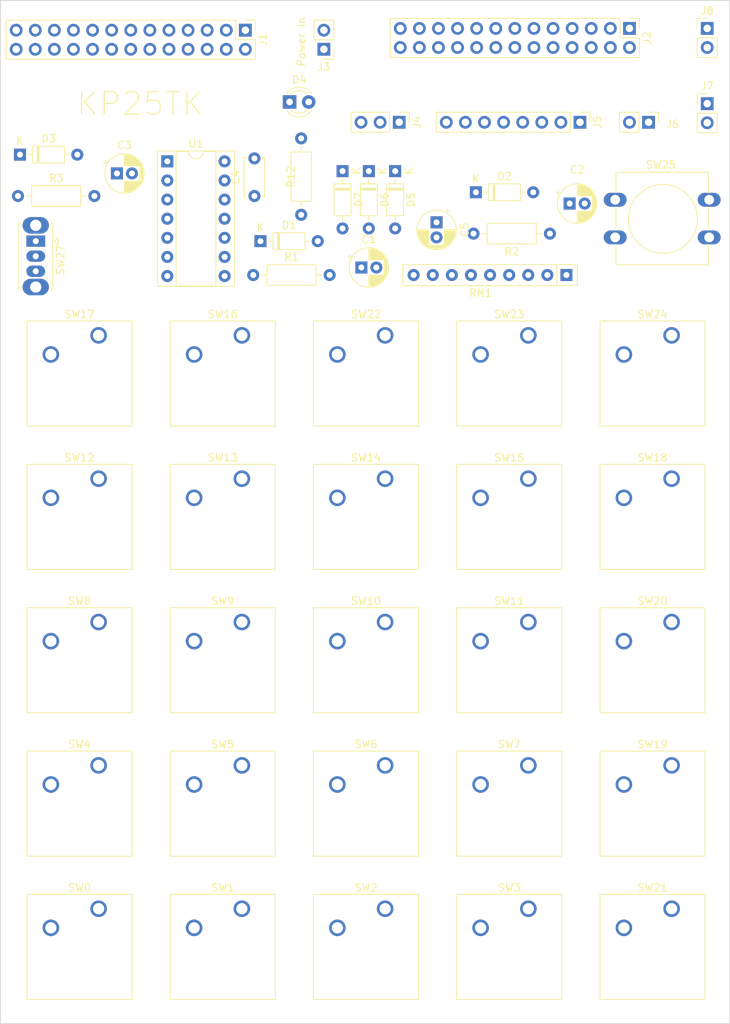
<source format=kicad_pcb>
(kicad_pcb (version 20221018) (generator pcbnew)
  (title_block (title "KP25TK 25 Key Hex Keyboard") (rev "0.0.4") (comment 1 "Desginer: cjs") (comment 2 "Drafter: Andy Diags"))
  (layers (0 "F.Cu" signal) (31 "B.Cu" signal) (34 "B.Paste" user) (35 "F.Paste" user) (36 "B.SilkS" user "B.Silkscreen") (37 "F.SilkS" user "F.Silkscreen") (38 "B.Mask" user) (39 "F.Mask" user) (44 "Edge.Cuts" user))
  (net 0 "")
  (net 1 "Net-(D1-A)")
  (net 2 "Earth")
  (net 3 "Net-(D2-A)")
  (net 4 "Net-(D3-A)")
  (net 5 "+5V")
  (net 6 "Net-(D4-A)")
  (net 7 "Net-(D5-K)")
  (net 8 "Net-(D5-A)")
  (net 9 "Net-(D6-K)")
  (net 10 "Net-(D6-A)")
  (net 11 "Net-(D7-K)")
  (net 12 "Net-(D7-A)")
  (net 13 "/HOST1")
  (net 14 "/HOST2")
  (net 15 "/HOST3")
  (net 16 "/HOST4")
  (net 17 "/HOST5")
  (net 18 "/HOST6")
  (net 19 "/HOST7")
  (net 20 "/HOST8")
  (net 21 "/HOST9")
  (net 22 "/HOST10")
  (net 23 "/HOST11")
  (net 24 "/HOST12")
  (net 25 "/HOST13")
  (net 26 "/HOST14")
  (net 27 "/HOST15")
  (net 28 "/HOST16")
  (net 29 "/HOST17")
  (net 30 "/HOST18")
  (net 31 "/HOST19")
  (net 32 "/HOST20")
  (net 33 "Net-(J6-NMI)")
  (net 34 "Net-(J6-~{NMI})")
  (net 35 "Net-(J7-RESET)")
  (net 36 "Net-(J7-~{RESET})")
  (net 37 "Net-(J8-SWITCH)")
  (net 38 "Net-(J8-~{SWITCH})")
  (net 39 "/HOST21")
  (net 40 "/HOST22")
  (net 41 "/HOST23")
  (net 42 "/HOST24")
  (net 43 "/HOST25")
  (net 44 "/HOST26")
  (net 45 "Net-(J5-~{COL0})")
  (net 46 "Net-(J5-~{COL1})")
  (net 47 "Net-(J5-~{COL2})")
  (net 48 "Net-(J5-~{COL3})")
  (net 49 "Net-(J5-~{COL4})")
  (net 50 "Net-(J5-~{COL5})")
  (net 51 "Net-(J5-~{COL6})")
  (net 52 "Net-(J5-~{COL7})")
  (footprint "Resistor_THT:R_Axial_DIN0207_L6.3mm_D2.5mm_P10.16mm_Horizontal" (layer "F.Cu") (at 79.91 82.055)
    (fp_text reference "R1" (at 5.08 -2.37) (layer "F.SilkS"))
    (fp_text value "10K")
    (pad "1" thru_hole circle (at 0 0) (size 1.6 1.6) (drill 0.8) (layers "*.Cu" "*.Mask") (net 5 "+5V"))
    (pad "2" thru_hole oval (at 10.16 0) (size 1.6 1.6) (drill 0.8) (layers "*.Cu" "*.Mask") (net 1 "Net-(D1-A)"))
  )
  (footprint "Button_Switch_Keyboard:SW_Cherry_MX_1.00u_Plate" (layer "F.Cu") (at 135.55 109.125)
    (fp_text reference "SW18" (at -2.54 -2.794) (layer "F.SilkS"))
    (fp_text value "KEY12")
    (pad "" np_thru_hole circle (at -2.54 5.08) (size 4 4) (drill 4) (layers "*.Cu" "*.Mask"))
    (pad "1" thru_hole circle (at 0 0) (size 2.2 2.2) (drill 1.5) (layers "*.Cu" "*.Mask") (net 47 "Net-(J5-~{COL2})"))
    (pad "2" thru_hole circle (at -6.35 2.54) (size 2.2 2.2) (drill 1.5) (layers "*.Cu" "*.Mask") (net 12 "Net-(D7-A)"))
  )
  (footprint "Diode_THT:D_DO-35_SOD27_P7.62mm_Horizontal" (layer "F.Cu") (at 95.285 68.245 -90)
    (fp_text reference "D6" (at 3.81 -2.12 90) (layer "F.SilkS"))
    (fp_text value "1N4148")
    (fp_text user "K" (at 0 -1.8 90) (layer "F.SilkS"))
    (pad "1" thru_hole rect (at 0 0 270) (size 1.6 1.6) (drill 0.8) (layers "*.Cu" "*.Mask") (net 9 "Net-(D6-K)"))
    (pad "2" thru_hole oval (at 7.62 0 270) (size 1.6 1.6) (drill 0.8) (layers "*.Cu" "*.Mask") (net 10 "Net-(D6-A)"))
  )
  (footprint "Button_Switch_Keyboard:SW_Cherry_MX_1.00u_Plate" (layer "F.Cu") (at 97.45 90.075)
    (fp_text reference "SW22" (at -2.54 -2.794) (layer "F.SilkS"))
    (fp_text value "KEY16")
    (pad "" np_thru_hole circle (at -2.54 5.08) (size 4 4) (drill 4) (layers "*.Cu" "*.Mask"))
    (pad "1" thru_hole circle (at 0 0) (size 2.2 2.2) (drill 1.5) (layers "*.Cu" "*.Mask") (net 51 "Net-(J5-~{COL6})"))
    (pad "2" thru_hole circle (at -6.35 2.54) (size 2.2 2.2) (drill 1.5) (layers "*.Cu" "*.Mask") (net 12 "Net-(D7-A)"))
  )
  (footprint "Button_Switch_Keyboard:SW_Cherry_MX_1.00u_Plate" (layer "F.Cu") (at 116.5 128.175)
    (fp_text reference "SW11" (at -2.54 -2.794) (layer "F.SilkS"))
    (fp_text value "KEY0B")
    (pad "" np_thru_hole circle (at -2.54 5.08) (size 4 4) (drill 4) (layers "*.Cu" "*.Mask"))
    (pad "1" thru_hole circle (at 0 0) (size 2.2 2.2) (drill 1.5) (layers "*.Cu" "*.Mask") (net 48 "Net-(J5-~{COL3})"))
    (pad "2" thru_hole circle (at -6.35 2.54) (size 2.2 2.2) (drill 1.5) (layers "*.Cu" "*.Mask") (net 10 "Net-(D6-A)"))
  )
  (footprint "Button_Switch_Keyboard:SW_Cherry_MX_1.00u_Plate" (layer "F.Cu") (at 135.55 166.275)
    (fp_text reference "SW21" (at -2.54 -2.794) (layer "F.SilkS"))
    (fp_text value "KEY15")
    (pad "" np_thru_hole circle (at -2.54 5.08) (size 4 4) (drill 4) (layers "*.Cu" "*.Mask"))
    (pad "1" thru_hole circle (at 0 0) (size 2.2 2.2) (drill 1.5) (layers "*.Cu" "*.Mask") (net 50 "Net-(J5-~{COL5})"))
    (pad "2" thru_hole circle (at -6.35 2.54) (size 2.2 2.2) (drill 1.5) (layers "*.Cu" "*.Mask") (net 12 "Net-(D7-A)"))
  )
  (footprint "Button_Switch_Keyboard:SW_Cherry_MX_1.00u_Plate" (layer "F.Cu") (at 116.5 166.275)
    (fp_text reference "SW3" (at -2.54 -2.794) (layer "F.SilkS"))
    (fp_text value "KEY03")
    (pad "" np_thru_hole circle (at -2.54 5.08) (size 4 4) (drill 4) (layers "*.Cu" "*.Mask"))
    (pad "1" thru_hole circle (at 0 0) (size 2.2 2.2) (drill 1.5) (layers "*.Cu" "*.Mask") (net 48 "Net-(J5-~{COL3})"))
    (pad "2" thru_hole circle (at -6.35 2.54) (size 2.2 2.2) (drill 1.5) (layers "*.Cu" "*.Mask") (net 8 "Net-(D5-A)"))
  )
  (footprint "Diode_THT:D_DO-35_SOD27_P7.62mm_Horizontal" (layer "F.Cu") (at 91.785 68.245 -90)
    (fp_text reference "D7" (at 3.81 -2.12 90) (layer "F.SilkS"))
    (fp_text value "1N4148")
    (fp_text user "K" (at 0 -1.8 90) (layer "F.SilkS"))
    (pad "1" thru_hole rect (at 0 0 270) (size 1.6 1.6) (drill 0.8) (layers "*.Cu" "*.Mask") (net 11 "Net-(D7-K)"))
    (pad "2" thru_hole oval (at 7.62 0 270) (size 1.6 1.6) (drill 0.8) (layers "*.Cu" "*.Mask") (net 12 "Net-(D7-A)"))
  )
  (footprint "Diode_THT:D_DO-35_SOD27_P7.62mm_Horizontal" (layer "F.Cu") (at 109.52 71.055)
    (fp_text reference "D2" (at 3.81 -2.12) (layer "F.SilkS"))
    (fp_text value "1N4148")
    (fp_text user "K" (at 0 -1.8) (layer "F.SilkS"))
    (pad "1" thru_hole rect (at 0 0) (size 1.6 1.6) (drill 0.8) (layers "*.Cu" "*.Mask") (net 5 "+5V"))
    (pad "2" thru_hole oval (at 7.62 0) (size 1.6 1.6) (drill 0.8) (layers "*.Cu" "*.Mask") (net 3 "Net-(D2-A)"))
  )
  (footprint "Button_Switch_Keyboard:SW_Cherry_MX_1.00u_Plate" (layer "F.Cu") (at 78.4 147.225)
    (fp_text reference "SW5" (at -2.54 -2.794) (layer "F.SilkS"))
    (fp_text value "KEY05")
    (pad "" np_thru_hole circle (at -2.54 5.08) (size 4 4) (drill 4) (layers "*.Cu" "*.Mask"))
    (pad "1" thru_hole circle (at 0 0) (size 2.2 2.2) (drill 1.5) (layers "*.Cu" "*.Mask") (net 50 "Net-(J5-~{COL5})"))
    (pad "2" thru_hole circle (at -6.35 2.54) (size 2.2 2.2) (drill 1.5) (layers "*.Cu" "*.Mask") (net 8 "Net-(D5-A)"))
  )
  (footprint "Package_DIP:DIP-14_W7.62mm_Socket" (layer "F.Cu") (at 68.485 66.95)
    (fp_text reference "U1" (at 3.81 -2.33) (layer "F.SilkS"))
    (fp_text value "74LS14")
    (pad "1" thru_hole rect (at 0 0) (size 1.6 1.6) (drill 0.8) (layers "*.Cu" "*.Mask") (net 33 "Net-(J6-NMI)"))
    (pad "2" thru_hole oval (at 0 2.54) (size 1.6 1.6) (drill 0.8) (layers "*.Cu" "*.Mask") (net 34 "Net-(J6-~{NMI})"))
    (pad "3" thru_hole oval (at 0 5.08) (size 1.6 1.6) (drill 0.8) (layers "*.Cu" "*.Mask") (net 1 "Net-(D1-A)"))
    (pad "4" thru_hole oval (at 0 7.62) (size 1.6 1.6) (drill 0.8) (layers "*.Cu" "*.Mask") (net 33 "Net-(J6-NMI)"))
    (pad "5" thru_hole oval (at 0 10.16) (size 1.6 1.6) (drill 0.8) (layers "*.Cu" "*.Mask") (net 35 "Net-(J7-RESET)"))
    (pad "6" thru_hole oval (at 0 12.7) (size 1.6 1.6) (drill 0.8) (layers "*.Cu" "*.Mask") (net 36 "Net-(J7-~{RESET})"))
    (pad "7" thru_hole oval (at 0 15.24) (size 1.6 1.6) (drill 0.8) (layers "*.Cu" "*.Mask") (net 2 "Earth"))
    (pad "8" thru_hole oval (at 7.62 15.24) (size 1.6 1.6) (drill 0.8) (layers "*.Cu" "*.Mask") (net 35 "Net-(J7-RESET)"))
    (pad "9" thru_hole oval (at 7.62 12.7) (size 1.6 1.6) (drill 0.8) (layers "*.Cu" "*.Mask") (net 3 "Net-(D2-A)"))
    (pad "10" thru_hole oval (at 7.62 10.16) (size 1.6 1.6) (drill 0.8) (layers "*.Cu" "*.Mask") (net 38 "Net-(J8-~{SWITCH})"))
    (pad "11" thru_hole oval (at 7.62 7.62) (size 1.6 1.6) (drill 0.8) (layers "*.Cu" "*.Mask") (net 37 "Net-(J8-SWITCH)"))
    (pad "12" thru_hole oval (at 7.62 5.08) (size 1.6 1.6) (drill 0.8) (layers "*.Cu" "*.Mask") (net 37 "Net-(J8-SWITCH)"))
    (pad "13" thru_hole oval (at 7.62 2.54) (size 1.6 1.6) (drill 0.8) (layers "*.Cu" "*.Mask") (net 4 "Net-(D3-A)"))
    (pad "14" thru_hole oval (at 7.62 0) (size 1.6 1.6) (drill 0.8) (layers "*.Cu" "*.Mask") (net 5 "+5V"))
  )
  (footprint "Button_Switch_Keyboard:SW_Cherry_MX_1.00u_Plate" (layer "F.Cu") (at 116.5 90.075)
    (fp_text reference "SW23" (at -2.54 -2.794) (layer "F.SilkS"))
    (fp_text value "KEY17")
    (pad "" np_thru_hole circle (at -2.54 5.08) (size 4 4) (drill 4) (layers "*.Cu" "*.Mask"))
    (pad "1" thru_hole circle (at 0 0) (size 2.2 2.2) (drill 1.5) (layers "*.Cu" "*.Mask") (net 52 "Net-(J5-~{COL7})"))
    (pad "2" thru_hole circle (at -6.35 2.54) (size 2.2 2.2) (drill 1.5) (layers "*.Cu" "*.Mask") (net 12 "Net-(D7-A)"))
  )
  (footprint "Button_Switch_Keyboard:SW_Cherry_MX_1.00u_Plate" (layer "F.Cu") (at 59.35 128.175)
    (fp_text reference "SW8" (at -2.54 -2.794) (layer "F.SilkS"))
    (fp_text value "KEY08")
    (pad "" np_thru_hole circle (at -2.54 5.08) (size 4 4) (drill 4) (layers "*.Cu" "*.Mask"))
    (pad "1" thru_hole circle (at 0 0) (size 2.2 2.2) (drill 1.5) (layers "*.Cu" "*.Mask") (net 45 "Net-(J5-~{COL0})"))
    (pad "2" thru_hole circle (at -6.35 2.54) (size 2.2 2.2) (drill 1.5) (layers "*.Cu" "*.Mask") (net 10 "Net-(D6-A)"))
  )
  (footprint "Button_Switch_THT:SW_Slide_1P2T_CK_OS102011MS2Q" (layer "F.Cu") (at 50.9875 77.555 -90)
    (fp_text reference "SW27" (at 2.5 -3.2975 90) (layer "F.SilkS"))
    (fp_text value "SWITCH")
    (pad "" thru_hole oval (at -2.1 0 270) (size 2.2 3.5) (drill 1.5) (layers "*.Cu" "*.Mask"))
    (pad "" thru_hole oval (at 6.1 0 270) (size 2.2 3.5) (drill 1.5) (layers "*.Cu" "*.Mask"))
    (pad "1" thru_hole rect (at 0 0 270) (size 1.5 2.5) (drill 0.8) (layers "*.Cu" "*.Mask") (net 4 "Net-(D3-A)"))
    (pad "2" thru_hole oval (at 2 0 270) (size 1.5 2.5) (drill 0.8) (layers "*.Cu" "*.Mask") (net 2 "Earth"))
    (pad "3" thru_hole oval (at 4 0 270) (size 1.5 2.5) (drill 0.8) (layers "*.Cu" "*.Mask"))
  )
  (footprint "Connector_PinHeader_2.54mm:PinHeader_1x02_P2.54mm_Vertical" (layer "F.Cu") (at 89.305 52.055 180)
    (fp_text reference "J3" (at 0 -2.33) (layer "F.SilkS"))
    (fp_text value "Power In" (at 3.02 1 90) (layer "F.SilkS"))
    (pad "1" thru_hole rect (at 0 0 180) (size 1.7 1.7) (drill 1) (layers "*.Cu" "*.Mask") (net 2 "Earth"))
    (pad "2" thru_hole oval (at 0 2.54 180) (size 1.7 1.7) (drill 1) (layers "*.Cu" "*.Mask") (net 5 "+5V"))
  )
  (footprint "Button_Switch_Keyboard:SW_Cherry_MX_1.00u_Plate" (layer "F.Cu") (at 135.55 147.225)
    (fp_text reference "SW19" (at -2.54 -2.794) (layer "F.SilkS"))
    (fp_text value "KEY13")
    (pad "" np_thru_hole circle (at -2.54 5.08) (size 4 4) (drill 4) (layers "*.Cu" "*.Mask"))
    (pad "1" thru_hole circle (at 0 0) (size 2.2 2.2) (drill 1.5) (layers "*.Cu" "*.Mask") (net 48 "Net-(J5-~{COL3})"))
    (pad "2" thru_hole circle (at -6.35 2.54) (size 2.2 2.2) (drill 1.5) (layers "*.Cu" "*.Mask") (net 12 "Net-(D7-A)"))
  )
  (footprint "Diode_THT:D_DO-35_SOD27_P7.62mm_Horizontal" (layer "F.Cu") (at 48.895 66.055)
    (fp_text reference "D3" (at 3.81 -2.12) (layer "F.SilkS"))
    (fp_text value "1N4148")
    (fp_text user "K" (at 0 -1.8) (layer "F.SilkS"))
    (pad "1" thru_hole rect (at 0 0) (size 1.6 1.6) (drill 0.8) (layers "*.Cu" "*.Mask") (net 5 "+5V"))
    (pad "2" thru_hole oval (at 7.62 0) (size 1.6 1.6) (drill 0.8) (layers "*.Cu" "*.Mask") (net 4 "Net-(D3-A)"))
  )
  (footprint "Capacitor_THT:CP_Radial_D5.0mm_P2.00mm" (layer "F.Cu") (at 94.285 81.055)
    (fp_text reference "C1" (at 1 -3.75) (layer "F.SilkS"))
    (fp_text value "22µF")
    (pad "1" thru_hole rect (at 0 0) (size 1.6 1.6) (drill 0.8) (layers "*.Cu" "*.Mask") (net 1 "Net-(D1-A)"))
    (pad "2" thru_hole circle (at 2 0) (size 1.6 1.6) (drill 0.8) (layers "*.Cu" "*.Mask") (net 2 "Earth"))
  )
  (footprint "Connector_PinHeader_2.54mm:PinHeader_1x02_P2.54mm_Vertical" (layer "F.Cu") (at 140.285 59.28)
    (fp_text reference "J7" (at 0 -2.33) (layer "F.SilkS"))
    (fp_text value "Reset Out")
    (pad "1" thru_hole rect (at 0 0) (size 1.7 1.7) (drill 1) (layers "*.Cu" "*.Mask") (net 35 "Net-(J7-RESET)"))
    (pad "2" thru_hole oval (at 0 2.54) (size 1.7 1.7) (drill 1) (layers "*.Cu" "*.Mask") (net 36 "Net-(J7-~{RESET})"))
  )
  (footprint "Button_Switch_Keyboard:SW_Cherry_MX_1.00u_Plate" (layer "F.Cu") (at 59.35 109.125)
    (fp_text reference "SW12" (at -2.54 -2.794) (layer "F.SilkS"))
    (fp_text value "KEY0C")
    (pad "" np_thru_hole circle (at -2.54 5.08) (size 4 4) (drill 4) (layers "*.Cu" "*.Mask"))
    (pad "1" thru_hole circle (at 0 0) (size 2.2 2.2) (drill 1.5) (layers "*.Cu" "*.Mask") (net 49 "Net-(J5-~{COL4})"))
    (pad "2" thru_hole circle (at -6.35 2.54) (size 2.2 2.2) (drill 1.5) (layers "*.Cu" "*.Mask") (net 10 "Net-(D6-A)"))
  )
  (footprint "Button_Switch_Keyboard:SW_Cherry_MX_1.00u_Plate" (layer "F.Cu") (at 135.55 90.075)
    (fp_text reference "SW24" (at -2.54 -2.794) (layer "F.SilkS"))
    (fp_text value "NMI")
    (pad "" np_thru_hole circle (at -2.54 5.08) (size 4 4) (drill 4) (layers "*.Cu" "*.Mask"))
    (pad "1" thru_hole circle (at 0 0) (size 2.2 2.2) (drill 1.5) (layers "*.Cu" "*.Mask") (net 1 "Net-(D1-A)"))
    (pad "2" thru_hole circle (at -6.35 2.54) (size 2.2 2.2) (drill 1.5) (layers "*.Cu" "*.Mask") (net 2 "Earth"))
  )
  (footprint "Capacitor_THT:CP_Radial_D5.0mm_P2.00mm" (layer "F.Cu") (at 61.785 68.555)
    (fp_text reference "C3" (at 1 -3.75) (layer "F.SilkS"))
    (fp_text value "22µF")
    (pad "1" thru_hole rect (at 0 0) (size 1.6 1.6) (drill 0.8) (layers "*.Cu" "*.Mask") (net 4 "Net-(D3-A)"))
    (pad "2" thru_hole circle (at 2 0) (size 1.6 1.6) (drill 0.8) (layers "*.Cu" "*.Mask") (net 2 "Earth"))
  )
  (footprint "Connector_PinHeader_2.54mm:PinHeader_1x02_P2.54mm_Vertical" (layer "F.Cu") (at 140.285 49.28)
    (fp_text reference "J8" (at 0 -2.33) (layer "F.SilkS"))
    (fp_text value "Switch")
    (pad "1" thru_hole rect (at 0 0) (size 1.7 1.7) (drill 1) (layers "*.Cu" "*.Mask") (net 37 "Net-(J8-SWITCH)"))
    (pad "2" thru_hole oval (at 0 2.54) (size 1.7 1.7) (drill 1) (layers "*.Cu" "*.Mask") (net 38 "Net-(J8-~{SWITCH})"))
  )
  (footprint "Connector_PinHeader_2.54mm:PinHeader_1x03_P2.54mm_Vertical" (layer "F.Cu") (at 99.325 61.755 -90)
    (fp_text reference "J4" (at 0 -2.33 90) (layer "F.SilkS"))
    (fp_text value "Row Select In")
    (pad "1" thru_hole rect (at 0 0 270) (size 1.7 1.7) (drill 1) (layers "*.Cu" "*.Mask") (net 7 "Net-(D5-K)"))
    (pad "2" thru_hole oval (at 0 2.54 270) (size 1.7 1.7) (drill 1) (layers "*.Cu" "*.Mask") (net 9 "Net-(D6-K)"))
    (pad "3" thru_hole oval (at 0 5.08 270) (size 1.7 1.7) (drill 1) (layers "*.Cu" "*.Mask") (net 11 "Net-(D7-K)"))
  )
  (footprint "Capacitor_THT:CP_Radial_D5.0mm_P2.00mm" (layer "F.Cu") (at 104.285 75.055 -90)
    (fp_text reference "C5" (at 1 -3.75 90) (layer "F.SilkS"))
    (fp_text value "10µF")
    (pad "1" thru_hole rect (at 0 0 270) (size 1.6 1.6) (drill 0.8) (layers "*.Cu" "*.Mask") (net 5 "+5V"))
    (pad "2" thru_hole circle (at 2 0 270) (size 1.6 1.6) (drill 0.8) (layers "*.Cu" "*.Mask") (net 2 "Earth"))
  )
  (footprint "Resistor_THT:R_Axial_DIN0207_L6.3mm_D2.5mm_P10.16mm_Horizontal" (layer "F.Cu") (at 48.625 71.555)
    (fp_text reference "R3" (at 5.08 -2.37) (layer "F.SilkS"))
    (fp_text value "10K")
    (pad "1" thru_hole circle (at 0 0) (size 1.6 1.6) (drill 0.8) (layers "*.Cu" "*.Mask") (net 5 "+5V"))
    (pad "2" thru_hole oval (at 10.16 0) (size 1.6 1.6) (drill 0.8) (layers "*.Cu" "*.Mask") (net 4 "Net-(D3-A)"))
  )
  (footprint "Button_Switch_Keyboard:SW_Cherry_MX_1.00u_Plate" (layer "F.Cu") (at 116.5 109.125)
    (fp_text reference "SW15" (at -2.54 -2.794) (layer "F.SilkS"))
    (fp_text value "KEY0F")
    (pad "" np_thru_hole circle (at -2.54 5.08) (size 4 4) (drill 4) (layers "*.Cu" "*.Mask"))
    (pad "1" thru_hole circle (at 0 0) (size 2.2 2.2) (drill 1.5) (layers "*.Cu" "*.Mask") (net 52 "Net-(J5-~{COL7})"))
    (pad "2" thru_hole circle (at -6.35 2.54) (size 2.2 2.2) (drill 1.5) (layers "*.Cu" "*.Mask") (net 10 "Net-(D6-A)"))
  )
  (footprint "Button_Switch_Keyboard:SW_Cherry_MX_1.00u_Plate" (layer "F.Cu") (at 135.55 128.175)
    (fp_text reference "SW20" (at -2.54 -2.794) (layer "F.SilkS"))
    (fp_text value "KEY14")
    (pad "" np_thru_hole circle (at -2.54 5.08) (size 4 4) (drill 4) (layers "*.Cu" "*.Mask"))
    (pad "1" thru_hole circle (at 0 0) (size 2.2 2.2) (drill 1.5) (layers "*.Cu" "*.Mask") (net 49 "Net-(J5-~{COL4})"))
    (pad "2" thru_hole circle (at -6.35 2.54) (size 2.2 2.2) (drill 1.5) (layers "*.Cu" "*.Mask") (net 12 "Net-(D7-A)"))
  )
  (footprint "Button_Switch_Keyboard:SW_Cherry_MX_1.00u_Plate" (layer "F.Cu") (at 59.35 166.275)
    (fp_text reference "SW0" (at -2.54 -2.794) (layer "F.SilkS"))
    (fp_text value "KEY00")
    (pad "" np_thru_hole circle (at -2.54 5.08) (size 4 4) (drill 4) (layers "*.Cu" "*.Mask"))
    (pad "1" thru_hole circle (at 0 0) (size 2.2 2.2) (drill 1.5) (layers "*.Cu" "*.Mask") (net 45 "Net-(J5-~{COL0})"))
    (pad "2" thru_hole circle (at -6.35 2.54) (size 2.2 2.2) (drill 1.5) (layers "*.Cu" "*.Mask") (net 8 "Net-(D5-A)"))
  )
  (footprint "Resistor_THT:R_Array_SIP9" (layer "F.Cu") (at 121.565 82.055 180)
    (fp_text reference "RN1" (at 11.43 -2.4) (layer "F.SilkS"))
    (fp_text value "22K")
    (pad "1" thru_hole rect (at 0 0 180) (size 1.6 1.6) (drill 0.8) (layers "*.Cu" "*.Mask") (net 5 "+5V"))
    (pad "2" thru_hole oval (at 2.54 0 180) (size 1.6 1.6) (drill 0.8) (layers "*.Cu" "*.Mask") (net 45 "Net-(J5-~{COL0})"))
    (pad "3" thru_hole oval (at 5.08 0 180) (size 1.6 1.6) (drill 0.8) (layers "*.Cu" "*.Mask") (net 46 "Net-(J5-~{COL1})"))
    (pad "4" thru_hole oval (at 7.62 0 180) (size 1.6 1.6) (drill 0.8) (layers "*.Cu" "*.Mask") (net 47 "Net-(J5-~{COL2})"))
    (pad "5" thru_hole oval (at 10.16 0 180) (size 1.6 1.6) (drill 0.8) (layers "*.Cu" "*.Mask") (net 48 "Net-(J5-~{COL3})"))
    (pad "6" thru_hole oval (at 12.7 0 180) (size 1.6 1.6) (drill 0.8) (layers "*.Cu" "*.Mask") (net 49 "Net-(J5-~{COL4})"))
    (pad "7" thru_hole oval (at 15.24 0 180) (size 1.6 1.6) (drill 0.8) (layers "*.Cu" "*.Mask") (net 50 "Net-(J5-~{COL5})"))
    (pad "8" thru_hole oval (at 17.78 0 180) (size 1.6 1.6) (drill 0.8) (layers "*.Cu" "*.Mask") (net 51 "Net-(J5-~{COL6})"))
    (pad "9" thru_hole oval (at 20.32 0 180) (size 1.6 1.6) (drill 0.8) (layers "*.Cu" "*.Mask") (net 52 "Net-(J5-~{COL7})"))
  )
  (footprint "Button_Switch_Keyboard:SW_Cherry_MX_1.00u_Plate" (layer "F.Cu") (at 97.45 109.125)
    (fp_text reference "SW14" (at -2.54 -2.794) (layer "F.SilkS"))
    (fp_text value "KEY0E")
    (pad "" np_thru_hole circle (at -2.54 5.08) (size 4 4) (drill 4) (layers "*.Cu" "*.Mask"))
    (pad "1" thru_hole circle (at 0 0) (size 2.2 2.2) (drill 1.5) (layers "*.Cu" "*.Mask") (net 51 "Net-(J5-~{COL6})"))
    (pad "2" thru_hole circle (at -6.35 2.54) (size 2.2 2.2) (drill 1.5) (layers "*.Cu" "*.Mask") (net 10 "Net-(D6-A)"))
  )
  (footprint "Connector_PinHeader_2.54mm:PinHeader_2x13_P2.54mm_Vertical" (layer "F.Cu") (at 129.945 49.28 -90)
    (fp_text reference "J2" (at 1.27 -2.33 90) (layer "F.SilkS"))
    (fp_text value "Config Header")
    (pad "1" thru_hole rect (at 0 0 270) (size 1.7 1.7) (drill 1) (layers "*.Cu" "*.Mask") (net 13 "/HOST1"))
    (pad "2" thru_hole oval (at 2.54 0 270) (size 1.7 1.7) (drill 1) (layers "*.Cu" "*.Mask") (net 14 "/HOST2"))
    (pad "3" thru_hole oval (at 0 2.54 270) (size 1.7 1.7) (drill 1) (layers "*.Cu" "*.Mask") (net 15 "/HOST3"))
    (pad "4" thru_hole oval (at 2.54 2.54 270) (size 1.7 1.7) (drill 1) (layers "*.Cu" "*.Mask") (net 16 "/HOST4"))
    (pad "5" thru_hole oval (at 0 5.08 270) (size 1.7 1.7) (drill 1) (layers "*.Cu" "*.Mask") (net 17 "/HOST5"))
    (pad "6" thru_hole oval (at 2.54 5.08 270) (size 1.7 1.7) (drill 1) (layers "*.Cu" "*.Mask") (net 18 "/HOST6"))
    (pad "7" thru_hole oval (at 0 7.62 270) (size 1.7 1.7) (drill 1) (layers "*.Cu" "*.Mask") (net 19 "/HOST7"))
    (pad "8" thru_hole oval (at 2.54 7.62 270) (size 1.7 1.7) (drill 1) (layers "*.Cu" "*.Mask") (net 20 "/HOST8"))
    (pad "9" thru_hole oval (at 0 10.16 270) (size 1.7 1.7) (drill 1) (layers "*.Cu" "*.Mask") (net 21 "/HOST9"))
    (pad "10" thru_hole oval (at 2.54 10.16 270) (size 1.7 1.7) (drill 1) (layers "*.Cu" "*.Mask") (net 22 "/HOST10"))
    (pad "11" thru_hole oval (at 0 12.7 270) (size 1.7 1.7) (drill 1) (layers "*.Cu" "*.Mask") (net 23 "/HOST11"))
    (pad "12" thru_hole oval (at 2.54 12.7 270) (size 1.7 1.7) (drill 1) (layers "*.Cu" "*.Mask") (net 24 "/HOST12"))
    (pad "13" thru_hole oval (at 0 15.24 270) (size 1.7 1.7) (drill 1) (layers "*.Cu" "*.Mask") (net 25 "/HOST13"))
    (pad "14" thru_hole oval (at 2.54 15.24 270) (size 1.7 1.7) (drill 1) (layers "*.Cu" "*.Mask") (net 26 "/HOST14"))
    (pad "15" thru_hole oval (at 0 17.78 270) (size 1.7 1.7) (drill 1) (layers "*.Cu" "*.Mask") (net 27 "/HOST15"))
    (pad "16" thru_hole oval (at 2.54 17.78 270) (size 1.7 1.7) (drill 1) (layers "*.Cu" "*.Mask") (net 28 "/HOST16"))
    (pad "17" thru_hole oval (at 0 20.32 270) (size 1.7 1.7) (drill 1) (layers "*.Cu" "*.Mask") (net 29 "/HOST17"))
    (pad "18" thru_hole oval (at 2.54 20.32 270) (size 1.7 1.7) (drill 1) (layers "*.Cu" "*.Mask") (net 30 "/HOST18"))
    (pad "19" thru_hole oval (at 0 22.86 270) (size 1.7 1.7) (drill 1) (layers "*.Cu" "*.Mask") (net 31 "/HOST19"))
    (pad "20" thru_hole oval (at 2.54 22.86 270) (size 1.7 1.7) (drill 1) (layers "*.Cu" "*.Mask") (net 32 "/HOST20"))
    (pad "21" thru_hole oval (at 0 25.4 270) (size 1.7 1.7) (drill 1) (layers "*.Cu" "*.Mask") (net 39 "/HOST21"))
    (pad "22" thru_hole oval (at 2.54 25.4 270) (size 1.7 1.7) (drill 1) (layers "*.Cu" "*.Mask") (net 40 "/HOST22"))
    (pad "23" thru_hole oval (at 0 27.94 270) (size 1.7 1.7) (drill 1) (layers "*.Cu" "*.Mask") (net 41 "/HOST23"))
    (pad "24" thru_hole oval (at 2.54 27.94 270) (size 1.7 1.7) (drill 1) (layers "*.Cu" "*.Mask") (net 42 "/HOST24"))
    (pad "25" thru_hole oval (at 0 30.48 270) (size 1.7 1.7) (drill 1) (layers "*.Cu" "*.Mask") (net 43 "/HOST25"))
    (pad "26" thru_hole oval (at 2.54 30.48 270) (size 1.7 1.7) (drill 1) (layers "*.Cu" "*.Mask") (net 44 "/HOST26"))
  )
  (footprint "Button_Switch_Keyboard:SW_Cherry_MX_1.00u_Plate" (layer "F.Cu") (at 97.45 128.175)
    (fp_text reference "SW10" (at -2.54 -2.794) (layer "F.SilkS"))
    (fp_text value "KEY0A")
    (pad "" np_thru_hole circle (at -2.54 5.08) (size 4 4) (drill 4) (layers "*.Cu" "*.Mask"))
    (pad "1" thru_hole circle (at 0 0) (size 2.2 2.2) (drill 1.5) (layers "*.Cu" "*.Mask") (net 47 "Net-(J5-~{COL2})"))
    (pad "2" thru_hole circle (at -6.35 2.54) (size 2.2 2.2) (drill 1.5) (layers "*.Cu" "*.Mask") (net 10 "Net-(D6-A)"))
  )
  (footprint "Button_Switch_Keyboard:SW_Cherry_MX_1.00u_Plate" (layer "F.Cu") (at 78.4 109.125)
    (fp_text reference "SW13" (at -2.54 -2.794) (layer "F.SilkS"))
    (fp_text value "KEY0D")
    (pad "" np_thru_hole circle (at -2.54 5.08) (size 4 4) (drill 4) (layers "*.Cu" "*.Mask"))
    (pad "1" thru_hole circle (at 0 0) (size 2.2 2.2) (drill 1.5) (layers "*.Cu" "*.Mask") (net 50 "Net-(J5-~{COL5})"))
    (pad "2" thru_hole circle (at -6.35 2.54) (size 2.2 2.2) (drill 1.5) (layers "*.Cu" "*.Mask") (net 10 "Net-(D6-A)"))
  )
  (footprint "Connector_PinHeader_2.54mm:PinHeader_2x13_P2.54mm_Vertical" (layer "F.Cu") (at 78.865 49.515 -90)
    (fp_text reference "J1" (at 1.27 -2.33 90) (layer "F.SilkS"))
    (fp_text value "Host Connector")
    (pad "1" thru_hole rect (at 0 0 270) (size 1.7 1.7) (drill 1) (layers "*.Cu" "*.Mask") (net 13 "/HOST1"))
    (pad "2" thru_hole oval (at 2.54 0 270) (size 1.7 1.7) (drill 1) (layers "*.Cu" "*.Mask") (net 14 "/HOST2"))
    (pad "3" thru_hole oval (at 0 2.54 270) (size 1.7 1.7) (drill 1) (layers "*.Cu" "*.Mask") (net 15 "/HOST3"))
    (pad "4" thru_hole oval (at 2.54 2.54 270) (size 1.7 1.7) (drill 1) (layers "*.Cu" "*.Mask") (net 16 "/HOST4"))
    (pad "5" thru_hole oval (at 0 5.08 270) (size 1.7 1.7) (drill 1) (layers "*.Cu" "*.Mask") (net 17 "/HOST5"))
    (pad "6" thru_hole oval (at 2.54 5.08 270) (size 1.7 1.7) (drill 1) (layers "*.Cu" "*.Mask") (net 18 "/HOST6"))
    (pad "7" thru_hole oval (at 0 7.62 270) (size 1.7 1.7) (drill 1) (layers "*.Cu" "*.Mask") (net 19 "/HOST7"))
    (pad "8" thru_hole oval (at 2.54 7.62 270) (size 1.7 1.7) (drill 1) (layers "*.Cu" "*.Mask") (net 20 "/HOST8"))
    (pad "9" thru_hole oval (at 0 10.16 270) (size 1.7 1.7) (drill 1) (layers "*.Cu" "*.Mask") (net 21 "/HOST9"))
    (pad "10" thru_hole oval (at 2.54 10.16 270) (size 1.7 1.7) (drill 1) (layers "*.Cu" "*.Mask") (net 22 "/HOST10"))
    (pad "11" thru_hole oval (at 0 12.7 270) (size 1.7 1.7) (drill 1) (layers "*.Cu" "*.Mask") (net 23 "/HOST11"))
    (pad "12" thru_hole oval (at 2.54 12.7 270) (size 1.7 1.7) (drill 1) (layers "*.Cu" "*.Mask") (net 24 "/HOST12"))
    (pad "13" thru_hole oval (at 0 15.24 270) (size 1.7 1.7) (drill 1) (layers "*.Cu" "*.Mask") (net 25 "/HOST13"))
    (pad "14" thru_hole oval (at 2.54 15.24 270) (size 1.7 1.7) (drill 1) (layers "*.Cu" "*.Mask") (net 26 "/HOST14"))
    (pad "15" thru_hole oval (at 0 17.78 270) (size 1.7 1.7) (drill 1) (layers "*.Cu" "*.Mask") (net 27 "/HOST15"))
    (pad "16" thru_hole oval (at 2.54 17.78 270) (size 1.7 1.7) (drill 1) (layers "*.Cu" "*.Mask") (net 28 "/HOST16"))
    (pad "17" thru_hole oval (at 0 20.32 270) (size 1.7 1.7) (drill 1) (layers "*.Cu" "*.Mask") (net 29 "/HOST17"))
    (pad "18" thru_hole oval (at 2.54 20.32 270) (size 1.7 1.7) (drill 1) (layers "*.Cu" "*.Mask") (net 30 "/HOST18"))
    (pad "19" thru_hole oval (at 0 22.86 270) (size 1.7 1.7) (drill 1) (layers "*.Cu" "*.Mask") (net 31 "/HOST19"))
    (pad "20" thru_hole oval (at 2.54 22.86 270) (size 1.7 1.7) (drill 1) (layers "*.Cu" "*.Mask") (net 32 "/HOST20"))
    (pad "21" thru_hole oval (at 0 25.4 270) (size 1.7 1.7) (drill 1) (layers "*.Cu" "*.Mask") (net 39 "/HOST21"))
    (pad "22" thru_hole oval (at 2.54 25.4 270) (size 1.7 1.7) (drill 1) (layers "*.Cu" "*.Mask") (net 40 "/HOST22"))
    (pad "23" thru_hole oval (at 0 27.94 270) (size 1.7 1.7) (drill 1) (layers "*.Cu" "*.Mask") (net 41 "/HOST23"))
    (pad "24" thru_hole oval (at 2.54 27.94 270) (size 1.7 1.7) (drill 1) (layers "*.Cu" "*.Mask") (net 42 "/HOST24"))
    (pad "25" thru_hole oval (at 0 30.48 270) (size 1.7 1.7) (drill 1) (layers "*.Cu" "*.Mask") (net 43 "/HOST25"))
    (pad "26" thru_hole oval (at 2.54 30.48 270) (size 1.7 1.7) (drill 1) (layers "*.Cu" "*.Mask") (net 44 "/HOST26"))
  )
  (footprint "Button_Switch_Keyboard:SW_Cherry_MX_1.00u_Plate" (layer "F.Cu") (at 78.4 128.175)
    (fp_text reference "SW9" (at -2.54 -2.794) (layer "F.SilkS"))
    (fp_text value "KEY09")
    (pad "" np_thru_hole circle (at -2.54 5.08) (size 4 4) (drill 4) (layers "*.Cu" "*.Mask"))
    (pad "1" thru_hole circle (at 0 0) (size 2.2 2.2) (drill 1.5) (layers "*.Cu" "*.Mask") (net 46 "Net-(J5-~{COL1})"))
    (pad "2" thru_hole circle (at -6.35 2.54) (size 2.2 2.2) (drill 1.5) (layers "*.Cu" "*.Mask") (net 10 "Net-(D6-A)"))
  )
  (footprint "Resistor_THT:R_Axial_DIN0207_L6.3mm_D2.5mm_P10.16mm_Horizontal" (layer "F.Cu") (at 119.365 76.555 180)
    (fp_text reference "R2" (at 5.08 -2.37) (layer "F.SilkS"))
    (fp_text value "10K")
    (pad "1" thru_hole circle (at 0 0 180) (size 1.6 1.6) (drill 0.8) (layers "*.Cu" "*.Mask") (net 5 "+5V"))
    (pad "2" thru_hole oval (at 10.16 0 180) (size 1.6 1.6) (drill 0.8) (layers "*.Cu" "*.Mask") (net 3 "Net-(D2-A)"))
  )
  (footprint "Resistor_THT:R_Axial_DIN0207_L6.3mm_D2.5mm_P10.16mm_Horizontal" (layer "F.Cu") (at 86.285 74.055 90)
    (fp_text reference "R12" (at 5.08 -1.37 90) (layer "F.SilkS"))
    (fp_text value "1K5")
    (pad "1" thru_hole circle (at 0 0 90) (size 1.6 1.6) (drill 0.8) (layers "*.Cu" "*.Mask") (net 5 "+5V"))
    (pad "2" thru_hole oval (at 10.16 0 90) (size 1.6 1.6) (drill 0.8) (layers "*.Cu" "*.Mask") (net 6 "Net-(D4-A)"))
  )
  (footprint "Diode_THT:D_DO-35_SOD27_P7.62mm_Horizontal" (layer "F.Cu") (at 80.87 77.555)
    (fp_text reference "D1" (at 3.81 -2.12) (layer "F.SilkS"))
    (fp_text value "1N4148")
    (fp_text user "K" (at 0 -1.8) (layer "F.SilkS"))
    (pad "1" thru_hole rect (at 0 0) (size 1.6 1.6) (drill 0.8) (layers "*.Cu" "*.Mask") (net 5 "+5V"))
    (pad "2" thru_hole oval (at 7.62 0) (size 1.6 1.6) (drill 0.8) (layers "*.Cu" "*.Mask") (net 1 "Net-(D1-A)"))
  )
  (footprint "Button_Switch_THT:SW_PUSH-12mm" (layer "F.Cu") (at 128.045 72.055)
    (fp_text reference "SW25" (at 6.08 -4.66) (layer "F.SilkS"))
    (fp_text value "RESET")
    (pad "1" thru_hole oval (at 0 0) (size 3.048 1.85) (drill 1.3) (layers "*.Cu" "*.Mask") (net 3 "Net-(D2-A)"))
    (pad "1" thru_hole oval (at 12.5 0) (size 3.048 1.85) (drill 1.3) (layers "*.Cu" "*.Mask") (net 3 "Net-(D2-A)"))
    (pad "2" thru_hole oval (at 0 5) (size 3.048 1.85) (drill 1.3) (layers "*.Cu" "*.Mask") (net 2 "Earth"))
    (pad "2" thru_hole oval (at 12.5 5) (size 3.048 1.85) (drill 1.3) (layers "*.Cu" "*.Mask") (net 2 "Earth"))
  )
  (footprint "Connector_PinHeader_2.54mm:PinHeader_1x08_P2.54mm_Vertical" (layer "F.Cu") (at 123.365 61.755 -90)
    (fp_text reference "J5" (at 0 -2.33 90) (layer "F.SilkS"))
    (fp_text value "Column Out")
    (pad "1" thru_hole rect (at 0 0 270) (size 1.7 1.7) (drill 1) (layers "*.Cu" "*.Mask") (net 45 "Net-(J5-~{COL0})"))
    (pad "2" thru_hole oval (at 0 2.54 270) (size 1.7 1.7) (drill 1) (layers "*.Cu" "*.Mask") (net 46 "Net-(J5-~{COL1})"))
    (pad "3" thru_hole oval (at 0 5.08 270) (size 1.7 1.7) (drill 1) (layers "*.Cu" "*.Mask") (net 47 "Net-(J5-~{COL2})"))
    (pad "4" thru_hole oval (at 0 7.62 270) (size 1.7 1.7) (drill 1) (layers "*.Cu" "*.Mask") (net 48 "Net-(J5-~{COL3})"))
    (pad "5" thru_hole oval (at 0 10.16 270) (size 1.7 1.7) (drill 1) (layers "*.Cu" "*.Mask") (net 49 "Net-(J5-~{COL4})"))
    (pad "6" thru_hole oval (at 0 12.7 270) (size 1.7 1.7) (drill 1) (layers "*.Cu" "*.Mask") (net 50 "Net-(J5-~{COL5})"))
    (pad "7" thru_hole oval (at 0 15.24 270) (size 1.7 1.7) (drill 1) (layers "*.Cu" "*.Mask") (net 51 "Net-(J5-~{COL6})"))
    (pad "8" thru_hole oval (at 0 17.78 270) (size 1.7 1.7) (drill 1) (layers "*.Cu" "*.Mask") (net 52 "Net-(J5-~{COL7})"))
  )
  (footprint "Button_Switch_Keyboard:SW_Cherry_MX_1.00u_Plate" (layer "F.Cu") (at 97.45 166.275)
    (fp_text reference "SW2" (at -2.54 -2.794) (layer "F.SilkS"))
    (fp_text value "KEY02")
    (pad "" np_thru_hole circle (at -2.54 5.08) (size 4 4) (drill 4) (layers "*.Cu" "*.Mask"))
    (pad "1" thru_hole circle (at 0 0) (size 2.2 2.2) (drill 1.5) (layers "*.Cu" "*.Mask") (net 47 "Net-(J5-~{COL2})"))
    (pad "2" thru_hole circle (at -6.35 2.54) (size 2.2 2.2) (drill 1.5) (layers "*.Cu" "*.Mask") (net 8 "Net-(D5-A)"))
  )
  (footprint "Capacitor_THT:CP_Radial_D5.0mm_P2.00mm" (layer "F.Cu") (at 121.99 72.555)
    (fp_text reference "C2" (at 1 -4.5) (layer "F.SilkS"))
    (fp_text value "22µF")
    (pad "1" thru_hole rect (at 0 0) (size 1.6 1.6) (drill 0.8) (layers "*.Cu" "*.Mask") (net 3 "Net-(D2-A)"))
    (pad "2" thru_hole circle (at 2 0) (size 1.6 1.6) (drill 0.8) (layers "*.Cu" "*.Mask") (net 2 "Earth"))
  )
  (footprint "Button_Switch_Keyboard:SW_Cherry_MX_1.00u_Plate" (layer "F.Cu") (at 59.35 90.075)
    (fp_text reference "SW17" (at -2.54 -2.794) (layer "F.SilkS"))
    (fp_text value "KEY11")
    (pad "" np_thru_hole circle (at -2.54 5.08) (size 4 4) (drill 4) (layers "*.Cu" "*.Mask"))
    (pad "1" thru_hole circle (at 0 0) (size 2.2 2.2) (drill 1.5) (layers "*.Cu" "*.Mask") (net 46 "Net-(J5-~{COL1})"))
    (pad "2" thru_hole circle (at -6.35 2.54) (size 2.2 2.2) (drill 1.5) (layers "*.Cu" "*.Mask") (net 12 "Net-(D7-A)"))
  )
  (footprint "Diode_THT:D_DO-35_SOD27_P7.62mm_Horizontal" (layer "F.Cu") (at 98.785 68.245 -90)
    (fp_text reference "D5" (at 3.81 -2.12 90) (layer "F.SilkS"))
    (fp_text value "1N4148")
    (fp_text user "K" (at 0 -1.8 90) (layer "F.SilkS"))
    (pad "1" thru_hole rect (at 0 0 270) (size 1.6 1.6) (drill 0.8) (layers "*.Cu" "*.Mask") (net 7 "Net-(D5-K)"))
    (pad "2" thru_hole oval (at 7.62 0 270) (size 1.6 1.6) (drill 0.8) (layers "*.Cu" "*.Mask") (net 8 "Net-(D5-A)"))
  )
  (footprint "Button_Switch_Keyboard:SW_Cherry_MX_1.00u_Plate" (layer "F.Cu") (at 78.4 90.075)
    (fp_text reference "SW16" (at -2.54 -2.794) (layer "F.SilkS"))
    (fp_text value "KEY10")
    (pad "" np_thru_hole circle (at -2.54 5.08) (size 4 4) (drill 4) (layers "*.Cu" "*.Mask"))
    (pad "1" thru_hole circle (at 0 0) (size 2.2 2.2) (drill 1.5) (layers "*.Cu" "*.Mask") (net 45 "Net-(J5-~{COL0})"))
    (pad "2" thru_hole circle (at -6.35 2.54) (size 2.2 2.2) (drill 1.5) (layers "*.Cu" "*.Mask") (net 12 "Net-(D7-A)"))
  )
  (footprint "LED_THT:LED_D3.0mm" (layer "F.Cu") (at 84.745 59.055)
    (fp_text reference "D4" (at 1.27 -2.96) (layer "F.SilkS"))
    (fp_text value "LED")
    (pad "1" thru_hole rect (at 0 0) (size 1.8 1.8) (drill 0.9) (layers "*.Cu" "*.Mask") (net 2 "Earth"))
    (pad "2" thru_hole circle (at 2.54 0) (size 1.8 1.8) (drill 0.9) (layers "*.Cu" "*.Mask") (net 6 "Net-(D4-A)"))
  )
  (footprint "Capacitor_THT:C_Disc_D5.0mm_W2.5mm_P5.00mm" (layer "F.Cu") (at 80.07 71.555 90)
    (fp_text reference "C4" (at 2.5 -2.5 90) (layer "F.SilkS"))
    (fp_text value "0.1µF")
    (pad "1" thru_hole circle (at 0 0 90) (size 1.6 1.6) (drill 0.8) (layers "*.Cu" "*.Mask") (net 2 "Earth"))
    (pad "2" thru_hole circle (at 5 0 90) (size 1.6 1.6) (drill 0.8) (layers "*.Cu" "*.Mask") (net 5 "+5V"))
  )
  (footprint "Button_Switch_Keyboard:SW_Cherry_MX_1.00u_Plate" (layer "F.Cu") (at 97.45 147.225)
    (fp_text reference "SW6" (at -2.54 -2.794) (layer "F.SilkS"))
    (fp_text value "KEY06")
    (pad "" np_thru_hole circle (at -2.54 5.08) (size 4 4) (drill 4) (layers "*.Cu" "*.Mask"))
    (pad "1" thru_hole circle (at 0 0) (size 2.2 2.2) (drill 1.5) (layers "*.Cu" "*.Mask") (net 51 "Net-(J5-~{COL6})"))
    (pad "2" thru_hole circle (at -6.35 2.54) (size 2.2 2.2) (drill 1.5) (layers "*.Cu" "*.Mask") (net 8 "Net-(D5-A)"))
  )
  (footprint "Button_Switch_Keyboard:SW_Cherry_MX_1.00u_Plate" (layer "F.Cu") (at 59.35 147.225)
    (fp_text reference "SW4" (at -2.54 -2.794) (layer "F.SilkS"))
    (fp_text value "KEY04")
    (pad "" np_thru_hole circle (at -2.54 5.08) (size 4 4) (drill 4) (layers "*.Cu" "*.Mask"))
    (pad "1" thru_hole circle (at 0 0) (size 2.2 2.2) (drill 1.5) (layers "*.Cu" "*.Mask") (net 49 "Net-(J5-~{COL4})"))
    (pad "2" thru_hole circle (at -6.35 2.54) (size 2.2 2.2) (drill 1.5) (layers "*.Cu" "*.Mask") (net 8 "Net-(D5-A)"))
  )
  (footprint "Button_Switch_Keyboard:SW_Cherry_MX_1.00u_Plate" (layer "F.Cu") (at 116.5 147.225)
    (fp_text reference "SW7" (at -2.54 -2.794) (layer "F.SilkS"))
    (fp_text value "KEY07")
    (pad "" np_thru_hole circle (at -2.54 5.08) (size 4 4) (drill 4) (layers "*.Cu" "*.Mask"))
    (pad "1" thru_hole circle (at 0 0) (size 2.2 2.2) (drill 1.5) (layers "*.Cu" "*.Mask") (net 52 "Net-(J5-~{COL7})"))
    (pad "2" thru_hole circle (at -6.35 2.54) (size 2.2 2.2) (drill 1.5) (layers "*.Cu" "*.Mask") (net 8 "Net-(D5-A)"))
  )
  (footprint "Connector_PinHeader_2.54mm:PinHeader_1x02_P2.54mm_Vertical" (layer "F.Cu") (at 132.485 61.755 -90)
    (fp_text reference "J6" (at 0.26 -3.205 -180) (layer "F.SilkS"))
    (fp_text value "NMI Out")
    (pad "1" thru_hole rect (at 0 0 270) (size 1.7 1.7) (drill 1) (layers "*.Cu" "*.Mask") (net 33 "Net-(J6-NMI)"))
    (pad "2" thru_hole oval (at 0 2.54 270) (size 1.7 1.7) (drill 1) (layers "*.Cu" "*.Mask") (net 34 "Net-(J6-~{NMI})"))
  )
  (footprint "Button_Switch_Keyboard:SW_Cherry_MX_1.00u_Plate" (layer "F.Cu") (at 78.4 166.275)
    (fp_text reference "SW1" (at -2.54 -2.794) (layer "F.SilkS"))
    (fp_text value "KEY01")
    (pad "" np_thru_hole circle (at -2.54 5.08) (size 4 4) (drill 4) (layers "*.Cu" "*.Mask"))
    (pad "1" thru_hole circle (at 0 0) (size 2.2 2.2) (drill 1.5) (layers "*.Cu" "*.Mask") (net 46 "Net-(J5-~{COL1})"))
    (pad "2" thru_hole circle (at -6.35 2.54) (size 2.2 2.2) (drill 1.5) (layers "*.Cu" "*.Mask") (net 8 "Net-(D5-A)"))
  )
  (gr_line (start 143.285 45.555) (end 46.285 45.555) (stroke (width 0.1)) (layer "Edge.Cuts"))
  (gr_line (start 143.285 45.555) (end 143.285 181.555) (stroke (width 0.1)) (layer "Edge.Cuts"))
  (gr_line (start 143.285 181.555) (end 46.285 181.555) (stroke (width 0.1)) (layer "Edge.Cuts"))
  (gr_line (start 46.285 181.555) (end 46.285 45.555) (stroke (width 0.1)) (layer "Edge.Cuts"))
  (gr_text "KP25TK" (at 56.285 61.055) (layer "F.SilkS") (effects (font (size 3 3)) (justify left bottom)))
)
</source>
